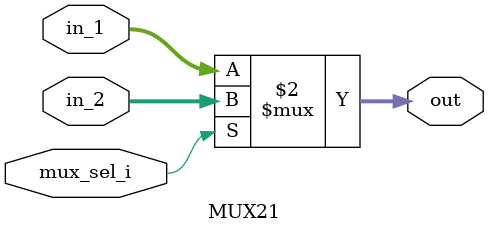
<source format=v>
module MUX21(mux_sel_i, in_1, in_2, out);
	input          mux_sel_i;
	input [31:0]   in_1;
	input [31:0]   in_2;
	output [31:0]  out;

	assign         out = (mux_sel_i==1'b0)?in_1:in_2;
endmodule
</source>
